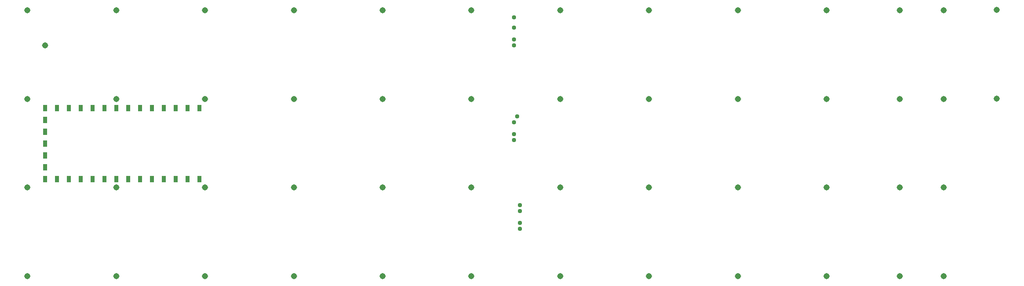
<source format=gbr>
G04 EAGLE Gerber RS-274X export*
G75*
%MOMM*%
%FSLAX34Y34*%
%LPD*%
%INSoldermask Top*%
%IPPOS*%
%AMOC8*
5,1,8,0,0,1.08239X$1,22.5*%
G01*
G04 Define Apertures*
%ADD10R,0.838200X1.473200*%
%ADD11C,1.311200*%
%ADD12C,0.959600*%
D10*
X546100Y500380D03*
X520700Y500380D03*
X495300Y500380D03*
X469900Y500380D03*
X444500Y500380D03*
X419100Y500380D03*
X393700Y500380D03*
X368300Y500380D03*
X342900Y500380D03*
X317500Y500380D03*
X292100Y500380D03*
X266700Y500380D03*
X241300Y500380D03*
X215900Y500380D03*
X215900Y474980D03*
X215900Y449580D03*
X215900Y424180D03*
X215900Y398780D03*
X215900Y373380D03*
X215900Y347980D03*
X241300Y347980D03*
X266700Y347980D03*
X292100Y347980D03*
X317500Y347980D03*
X342900Y347980D03*
X368300Y347980D03*
X393700Y347980D03*
X419100Y347980D03*
X444500Y347980D03*
X469900Y347980D03*
X495300Y347980D03*
X546100Y347980D03*
X520700Y347980D03*
D11*
X747776Y519430D03*
X557784Y519430D03*
X367792Y519430D03*
X177800Y519430D03*
X2138680Y709930D03*
X2044700Y709930D03*
X1887728Y709930D03*
X1697736Y709930D03*
X1507744Y709930D03*
X1317752Y709930D03*
X1127760Y709930D03*
X937768Y709930D03*
X747776Y709930D03*
X557784Y709930D03*
X367792Y709930D03*
X177800Y709930D03*
X2251964Y711200D03*
X2251964Y520700D03*
X1507744Y330200D03*
X1317752Y330200D03*
X1127760Y330200D03*
X937768Y330200D03*
X747776Y330200D03*
X557784Y330200D03*
X367792Y330200D03*
X177800Y330200D03*
X2138680Y519430D03*
X2044700Y519430D03*
X1887728Y519430D03*
X1697736Y519430D03*
X1507744Y519430D03*
X1317752Y519430D03*
X1127760Y519430D03*
X937768Y519430D03*
X2138680Y139700D03*
X2044700Y139700D03*
X1887728Y139700D03*
X1697736Y139700D03*
X1507744Y139700D03*
X1317752Y139700D03*
X1127760Y139700D03*
X937768Y139700D03*
X747776Y139700D03*
X557784Y139700D03*
X367792Y139700D03*
X177800Y139700D03*
X2138680Y330200D03*
X2044700Y330200D03*
X1887728Y330200D03*
X1697736Y330200D03*
X215900Y635000D03*
D12*
X1219200Y635000D03*
X1219200Y431800D03*
X1231900Y241300D03*
X1231996Y292196D03*
X1219200Y694916D03*
X1225268Y482600D03*
X1219200Y647700D03*
X1219200Y444500D03*
X1231900Y254000D03*
X1219200Y673100D03*
X1219200Y469900D03*
X1231900Y279400D03*
M02*

</source>
